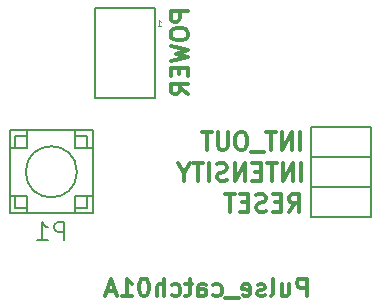
<source format=gbr>
G04 #@! TF.FileFunction,Legend,Bot*
%FSLAX46Y46*%
G04 Gerber Fmt 4.6, Leading zero omitted, Abs format (unit mm)*
G04 Created by KiCad (PCBNEW 201609251018+7233~55~ubuntu16.04.1-) date Thu Sep 29 12:57:19 2016*
%MOMM*%
%LPD*%
G01*
G04 APERTURE LIST*
%ADD10C,0.100000*%
%ADD11C,0.300000*%
%ADD12C,0.150000*%
%ADD13C,0.050000*%
G04 APERTURE END LIST*
D10*
D11*
X64308571Y-51173771D02*
X64308571Y-49673771D01*
X63737142Y-49673771D01*
X63594285Y-49745200D01*
X63522857Y-49816628D01*
X63451428Y-49959485D01*
X63451428Y-50173771D01*
X63522857Y-50316628D01*
X63594285Y-50388057D01*
X63737142Y-50459485D01*
X64308571Y-50459485D01*
X62165714Y-50173771D02*
X62165714Y-51173771D01*
X62808571Y-50173771D02*
X62808571Y-50959485D01*
X62737142Y-51102342D01*
X62594285Y-51173771D01*
X62380000Y-51173771D01*
X62237142Y-51102342D01*
X62165714Y-51030914D01*
X61237142Y-51173771D02*
X61380000Y-51102342D01*
X61451428Y-50959485D01*
X61451428Y-49673771D01*
X60737142Y-51102342D02*
X60594285Y-51173771D01*
X60308571Y-51173771D01*
X60165714Y-51102342D01*
X60094285Y-50959485D01*
X60094285Y-50888057D01*
X60165714Y-50745200D01*
X60308571Y-50673771D01*
X60522857Y-50673771D01*
X60665714Y-50602342D01*
X60737142Y-50459485D01*
X60737142Y-50388057D01*
X60665714Y-50245200D01*
X60522857Y-50173771D01*
X60308571Y-50173771D01*
X60165714Y-50245200D01*
X58880000Y-51102342D02*
X59022857Y-51173771D01*
X59308571Y-51173771D01*
X59451428Y-51102342D01*
X59522857Y-50959485D01*
X59522857Y-50388057D01*
X59451428Y-50245200D01*
X59308571Y-50173771D01*
X59022857Y-50173771D01*
X58880000Y-50245200D01*
X58808571Y-50388057D01*
X58808571Y-50530914D01*
X59522857Y-50673771D01*
X58522857Y-51316628D02*
X57380000Y-51316628D01*
X56380000Y-51102342D02*
X56522857Y-51173771D01*
X56808571Y-51173771D01*
X56951428Y-51102342D01*
X57022857Y-51030914D01*
X57094285Y-50888057D01*
X57094285Y-50459485D01*
X57022857Y-50316628D01*
X56951428Y-50245200D01*
X56808571Y-50173771D01*
X56522857Y-50173771D01*
X56380000Y-50245200D01*
X55094285Y-51173771D02*
X55094285Y-50388057D01*
X55165714Y-50245200D01*
X55308571Y-50173771D01*
X55594285Y-50173771D01*
X55737142Y-50245200D01*
X55094285Y-51102342D02*
X55237142Y-51173771D01*
X55594285Y-51173771D01*
X55737142Y-51102342D01*
X55808571Y-50959485D01*
X55808571Y-50816628D01*
X55737142Y-50673771D01*
X55594285Y-50602342D01*
X55237142Y-50602342D01*
X55094285Y-50530914D01*
X54594285Y-50173771D02*
X54022857Y-50173771D01*
X54380000Y-49673771D02*
X54380000Y-50959485D01*
X54308571Y-51102342D01*
X54165714Y-51173771D01*
X54022857Y-51173771D01*
X52880000Y-51102342D02*
X53022857Y-51173771D01*
X53308571Y-51173771D01*
X53451428Y-51102342D01*
X53522857Y-51030914D01*
X53594285Y-50888057D01*
X53594285Y-50459485D01*
X53522857Y-50316628D01*
X53451428Y-50245200D01*
X53308571Y-50173771D01*
X53022857Y-50173771D01*
X52880000Y-50245200D01*
X52237142Y-51173771D02*
X52237142Y-49673771D01*
X51594285Y-51173771D02*
X51594285Y-50388057D01*
X51665714Y-50245200D01*
X51808571Y-50173771D01*
X52022857Y-50173771D01*
X52165714Y-50245200D01*
X52237142Y-50316628D01*
X50594285Y-49673771D02*
X50451428Y-49673771D01*
X50308571Y-49745200D01*
X50237142Y-49816628D01*
X50165714Y-49959485D01*
X50094285Y-50245200D01*
X50094285Y-50602342D01*
X50165714Y-50888057D01*
X50237142Y-51030914D01*
X50308571Y-51102342D01*
X50451428Y-51173771D01*
X50594285Y-51173771D01*
X50737142Y-51102342D01*
X50808571Y-51030914D01*
X50880000Y-50888057D01*
X50951428Y-50602342D01*
X50951428Y-50245200D01*
X50880000Y-49959485D01*
X50808571Y-49816628D01*
X50737142Y-49745200D01*
X50594285Y-49673771D01*
X48665714Y-51173771D02*
X49522857Y-51173771D01*
X49094285Y-51173771D02*
X49094285Y-49673771D01*
X49237142Y-49888057D01*
X49380000Y-50030914D01*
X49522857Y-50102342D01*
X48094285Y-50745200D02*
X47380000Y-50745200D01*
X48237142Y-51173771D02*
X47737142Y-49673771D01*
X47237142Y-51173771D01*
X63761428Y-38778571D02*
X63761428Y-37278571D01*
X63047142Y-38778571D02*
X63047142Y-37278571D01*
X62190000Y-38778571D01*
X62190000Y-37278571D01*
X61690000Y-37278571D02*
X60832857Y-37278571D01*
X61261428Y-38778571D02*
X61261428Y-37278571D01*
X60690000Y-38921428D02*
X59547142Y-38921428D01*
X58904285Y-37278571D02*
X58618571Y-37278571D01*
X58475714Y-37350000D01*
X58332857Y-37492857D01*
X58261428Y-37778571D01*
X58261428Y-38278571D01*
X58332857Y-38564285D01*
X58475714Y-38707142D01*
X58618571Y-38778571D01*
X58904285Y-38778571D01*
X59047142Y-38707142D01*
X59190000Y-38564285D01*
X59261428Y-38278571D01*
X59261428Y-37778571D01*
X59190000Y-37492857D01*
X59047142Y-37350000D01*
X58904285Y-37278571D01*
X57618571Y-37278571D02*
X57618571Y-38492857D01*
X57547142Y-38635714D01*
X57475714Y-38707142D01*
X57332857Y-38778571D01*
X57047142Y-38778571D01*
X56904285Y-38707142D01*
X56832857Y-38635714D01*
X56761428Y-38492857D01*
X56761428Y-37278571D01*
X56261428Y-37278571D02*
X55404285Y-37278571D01*
X55832857Y-38778571D02*
X55832857Y-37278571D01*
X63831942Y-41420171D02*
X63831942Y-39920171D01*
X63117657Y-41420171D02*
X63117657Y-39920171D01*
X62260514Y-41420171D01*
X62260514Y-39920171D01*
X61760514Y-39920171D02*
X60903371Y-39920171D01*
X61331942Y-41420171D02*
X61331942Y-39920171D01*
X60403371Y-40634457D02*
X59903371Y-40634457D01*
X59689085Y-41420171D02*
X60403371Y-41420171D01*
X60403371Y-39920171D01*
X59689085Y-39920171D01*
X59046228Y-41420171D02*
X59046228Y-39920171D01*
X58189085Y-41420171D01*
X58189085Y-39920171D01*
X57546228Y-41348742D02*
X57331942Y-41420171D01*
X56974800Y-41420171D01*
X56831942Y-41348742D01*
X56760514Y-41277314D01*
X56689085Y-41134457D01*
X56689085Y-40991600D01*
X56760514Y-40848742D01*
X56831942Y-40777314D01*
X56974800Y-40705885D01*
X57260514Y-40634457D01*
X57403371Y-40563028D01*
X57474800Y-40491600D01*
X57546228Y-40348742D01*
X57546228Y-40205885D01*
X57474800Y-40063028D01*
X57403371Y-39991600D01*
X57260514Y-39920171D01*
X56903371Y-39920171D01*
X56689085Y-39991600D01*
X56046228Y-41420171D02*
X56046228Y-39920171D01*
X55546228Y-39920171D02*
X54689085Y-39920171D01*
X55117657Y-41420171D02*
X55117657Y-39920171D01*
X53903371Y-40705885D02*
X53903371Y-41420171D01*
X54403371Y-39920171D02*
X53903371Y-40705885D01*
X53403371Y-39920171D01*
X62782971Y-44010971D02*
X63282971Y-43296685D01*
X63640114Y-44010971D02*
X63640114Y-42510971D01*
X63068685Y-42510971D01*
X62925828Y-42582400D01*
X62854400Y-42653828D01*
X62782971Y-42796685D01*
X62782971Y-43010971D01*
X62854400Y-43153828D01*
X62925828Y-43225257D01*
X63068685Y-43296685D01*
X63640114Y-43296685D01*
X62140114Y-43225257D02*
X61640114Y-43225257D01*
X61425828Y-44010971D02*
X62140114Y-44010971D01*
X62140114Y-42510971D01*
X61425828Y-42510971D01*
X60854400Y-43939542D02*
X60640114Y-44010971D01*
X60282971Y-44010971D01*
X60140114Y-43939542D01*
X60068685Y-43868114D01*
X59997257Y-43725257D01*
X59997257Y-43582400D01*
X60068685Y-43439542D01*
X60140114Y-43368114D01*
X60282971Y-43296685D01*
X60568685Y-43225257D01*
X60711542Y-43153828D01*
X60782971Y-43082400D01*
X60854400Y-42939542D01*
X60854400Y-42796685D01*
X60782971Y-42653828D01*
X60711542Y-42582400D01*
X60568685Y-42510971D01*
X60211542Y-42510971D01*
X59997257Y-42582400D01*
X59354400Y-43225257D02*
X58854400Y-43225257D01*
X58640114Y-44010971D02*
X59354400Y-44010971D01*
X59354400Y-42510971D01*
X58640114Y-42510971D01*
X58211542Y-42510971D02*
X57354400Y-42510971D01*
X57782971Y-44010971D02*
X57782971Y-42510971D01*
X54272571Y-27066514D02*
X52772571Y-27066514D01*
X52772571Y-27637942D01*
X52844000Y-27780800D01*
X52915428Y-27852228D01*
X53058285Y-27923657D01*
X53272571Y-27923657D01*
X53415428Y-27852228D01*
X53486857Y-27780800D01*
X53558285Y-27637942D01*
X53558285Y-27066514D01*
X52772571Y-28852228D02*
X52772571Y-29137942D01*
X52844000Y-29280800D01*
X52986857Y-29423657D01*
X53272571Y-29495085D01*
X53772571Y-29495085D01*
X54058285Y-29423657D01*
X54201142Y-29280800D01*
X54272571Y-29137942D01*
X54272571Y-28852228D01*
X54201142Y-28709371D01*
X54058285Y-28566514D01*
X53772571Y-28495085D01*
X53272571Y-28495085D01*
X52986857Y-28566514D01*
X52844000Y-28709371D01*
X52772571Y-28852228D01*
X52772571Y-29995085D02*
X54272571Y-30352228D01*
X53201142Y-30637942D01*
X54272571Y-30923657D01*
X52772571Y-31280800D01*
X53486857Y-31852228D02*
X53486857Y-32352228D01*
X54272571Y-32566514D02*
X54272571Y-31852228D01*
X52772571Y-31852228D01*
X52772571Y-32566514D01*
X54272571Y-34066514D02*
X53558285Y-33566514D01*
X54272571Y-33209371D02*
X52772571Y-33209371D01*
X52772571Y-33780800D01*
X52844000Y-33923657D01*
X52915428Y-33995085D01*
X53058285Y-34066514D01*
X53272571Y-34066514D01*
X53415428Y-33995085D01*
X53486857Y-33923657D01*
X53558285Y-33780800D01*
X53558285Y-33209371D01*
D12*
X51435000Y-26797000D02*
X46355000Y-26797000D01*
X46355000Y-26797000D02*
X46355000Y-34417000D01*
X46355000Y-34417000D02*
X51435000Y-34417000D01*
X51435000Y-34417000D02*
X51435000Y-26797000D01*
X64643000Y-41910000D02*
X69723000Y-41910000D01*
X69723000Y-41910000D02*
X69723000Y-39370000D01*
X69723000Y-39370000D02*
X64643000Y-39370000D01*
X64643000Y-39370000D02*
X64643000Y-41910000D01*
X64643000Y-44450000D02*
X69723000Y-44450000D01*
X69723000Y-44450000D02*
X69723000Y-41910000D01*
X69723000Y-41910000D02*
X64643000Y-41910000D01*
X64643000Y-41910000D02*
X64643000Y-44450000D01*
X64643000Y-39370000D02*
X69723000Y-39370000D01*
X69723000Y-39370000D02*
X69723000Y-36830000D01*
X69723000Y-36830000D02*
X64643000Y-36830000D01*
X64643000Y-36830000D02*
X64643000Y-39370000D01*
X44834799Y-40640000D02*
G75*
G03X44834799Y-40640000I-2162799J0D01*
G01*
X44702000Y-37590000D02*
X45722000Y-37590000D01*
X45722000Y-37590000D02*
X45722000Y-38610000D01*
X40642000Y-37590000D02*
X39622000Y-37590000D01*
X39622000Y-37590000D02*
X39622000Y-38610000D01*
X40642000Y-43690000D02*
X39622000Y-43690000D01*
X39622000Y-43690000D02*
X39622000Y-42670000D01*
X45722000Y-43690000D02*
X45722000Y-42670000D01*
X45722000Y-43690000D02*
X44702000Y-43690000D01*
X44702000Y-37140000D02*
X44702000Y-38610000D01*
X44702000Y-38610000D02*
X46172000Y-38610000D01*
X40642000Y-38610000D02*
X40642000Y-37140000D01*
X39172000Y-38610000D02*
X40642000Y-38610000D01*
X44702000Y-44140000D02*
X44702000Y-42670000D01*
X44702000Y-42670000D02*
X46172000Y-42670000D01*
X40642000Y-44140000D02*
X40642000Y-42670000D01*
X40642000Y-42670000D02*
X39172000Y-42670000D01*
X39172000Y-37140000D02*
X46172000Y-37140000D01*
X46172000Y-37140000D02*
X46172000Y-44140000D01*
X46172000Y-44140000D02*
X39172000Y-44140000D01*
X39172000Y-44140000D02*
X39172000Y-37140000D01*
D13*
X51673142Y-28293190D02*
X51958857Y-28293190D01*
X51816000Y-28293190D02*
X51816000Y-27793190D01*
X51863619Y-27864619D01*
X51911238Y-27912238D01*
X51958857Y-27936047D01*
D12*
X43779142Y-46418571D02*
X43779142Y-44918571D01*
X43207714Y-44918571D01*
X43064857Y-44990000D01*
X42993428Y-45061428D01*
X42922000Y-45204285D01*
X42922000Y-45418571D01*
X42993428Y-45561428D01*
X43064857Y-45632857D01*
X43207714Y-45704285D01*
X43779142Y-45704285D01*
X41493428Y-46418571D02*
X42350571Y-46418571D01*
X41922000Y-46418571D02*
X41922000Y-44918571D01*
X42064857Y-45132857D01*
X42207714Y-45275714D01*
X42350571Y-45347142D01*
M02*

</source>
